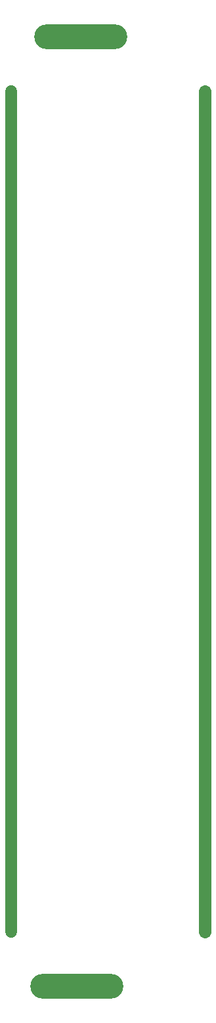
<source format=gbs>
%TF.GenerationSoftware,KiCad,Pcbnew,(6.0.1)*%
%TF.CreationDate,2022-10-16T18:45:39-04:00*%
%TF.ProjectId,EUROPANEL-6HP,4555524f-5041-44e4-954c-2d3648502e6b,rev?*%
%TF.SameCoordinates,Original*%
%TF.FileFunction,Soldermask,Bot*%
%TF.FilePolarity,Negative*%
%FSLAX46Y46*%
G04 Gerber Fmt 4.6, Leading zero omitted, Abs format (unit mm)*
G04 Created by KiCad (PCBNEW (6.0.1)) date 2022-10-16 18:45:39*
%MOMM*%
%LPD*%
G01*
G04 APERTURE LIST*
%ADD10C,1.600000*%
%ADD11C,1.500000*%
%ADD12O,12.000000X3.200000*%
G04 APERTURE END LIST*
D10*
X87500000Y-41500000D02*
X87500000Y-150000000D01*
D11*
X62500000Y-41500000D02*
X62500000Y-150000000D01*
D12*
%TO.C,REF\u002A\u002A*%
X71500000Y-34500000D03*
%TD*%
%TO.C,REF\u002A\u002A*%
X71000000Y-157000000D03*
%TD*%
M02*

</source>
